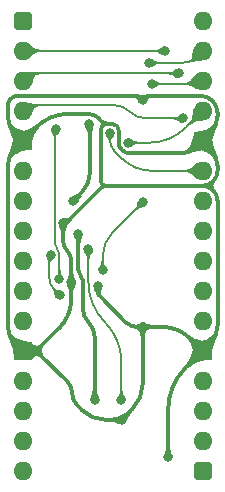
<source format=gbl>
%TF.GenerationSoftware,KiCad,Pcbnew,9.0.7*%
%TF.CreationDate,2026-01-29T12:15:36+02:00*%
%TF.ProjectId,State Reader 16bit,53746174-6520-4526-9561-646572203136,V0*%
%TF.SameCoordinates,Original*%
%TF.FileFunction,Copper,L2,Bot*%
%TF.FilePolarity,Positive*%
%FSLAX46Y46*%
G04 Gerber Fmt 4.6, Leading zero omitted, Abs format (unit mm)*
G04 Created by KiCad (PCBNEW 9.0.7) date 2026-01-29 12:15:36*
%MOMM*%
%LPD*%
G01*
G04 APERTURE LIST*
G04 Aperture macros list*
%AMRoundRect*
0 Rectangle with rounded corners*
0 $1 Rounding radius*
0 $2 $3 $4 $5 $6 $7 $8 $9 X,Y pos of 4 corners*
0 Add a 4 corners polygon primitive as box body*
4,1,4,$2,$3,$4,$5,$6,$7,$8,$9,$2,$3,0*
0 Add four circle primitives for the rounded corners*
1,1,$1+$1,$2,$3*
1,1,$1+$1,$4,$5*
1,1,$1+$1,$6,$7*
1,1,$1+$1,$8,$9*
0 Add four rect primitives between the rounded corners*
20,1,$1+$1,$2,$3,$4,$5,0*
20,1,$1+$1,$4,$5,$6,$7,0*
20,1,$1+$1,$6,$7,$8,$9,0*
20,1,$1+$1,$8,$9,$2,$3,0*%
G04 Aperture macros list end*
%TA.AperFunction,ComponentPad*%
%ADD10RoundRect,0.400000X-0.400000X-0.400000X0.400000X-0.400000X0.400000X0.400000X-0.400000X0.400000X0*%
%TD*%
%TA.AperFunction,ComponentPad*%
%ADD11O,1.600000X1.600000*%
%TD*%
%TA.AperFunction,ComponentPad*%
%ADD12R,1.600000X1.600000*%
%TD*%
%TA.AperFunction,ViaPad*%
%ADD13C,0.800000*%
%TD*%
%TA.AperFunction,Conductor*%
%ADD14C,0.380000*%
%TD*%
%TA.AperFunction,Conductor*%
%ADD15C,0.200000*%
%TD*%
G04 APERTURE END LIST*
D10*
%TO.P,J1,1*%
%TO.N,5V*%
X0Y0D03*
D11*
%TO.P,J1,2*%
%TO.N,S13*%
X0Y-2540000D03*
%TO.P,J1,3*%
%TO.N,S14*%
X0Y-5080000D03*
%TO.P,J1,4*%
%TO.N,S15*%
X0Y-7620000D03*
D12*
%TO.P,J1,5*%
%TO.N,GND*%
X0Y-10160000D03*
D11*
%TO.P,J1,6*%
%TO.N,Read State Low*%
X0Y-12700000D03*
%TO.P,J1,7*%
%TO.N,Read State High*%
X0Y-15240000D03*
%TO.P,J1,8*%
%TO.N,D7*%
X0Y-17780000D03*
%TO.P,J1,9*%
%TO.N,D6*%
X0Y-20320000D03*
%TO.P,J1,10*%
%TO.N,D5*%
X0Y-22860000D03*
%TO.P,J1,11*%
%TO.N,D4*%
X0Y-25400000D03*
D12*
%TO.P,J1,12*%
%TO.N,GND*%
X0Y-27940000D03*
D11*
%TO.P,J1,13*%
%TO.N,D3*%
X0Y-30480000D03*
%TO.P,J1,14*%
%TO.N,D2*%
X0Y-33020000D03*
%TO.P,J1,15*%
%TO.N,D1*%
X0Y-35560000D03*
%TO.P,J1,16*%
%TO.N,D0*%
X0Y-38100000D03*
D10*
%TO.P,J1,17*%
%TO.N,5V*%
X15240000Y-38100000D03*
D11*
%TO.P,J1,18*%
%TO.N,S0*%
X15240000Y-35560000D03*
%TO.P,J1,19*%
%TO.N,S1*%
X15240000Y-33020000D03*
%TO.P,J1,20*%
%TO.N,S2*%
X15240000Y-30480000D03*
D12*
%TO.P,J1,21*%
%TO.N,GND*%
X15240000Y-27940000D03*
D11*
%TO.P,J1,22*%
%TO.N,S3*%
X15240000Y-25400000D03*
%TO.P,J1,23*%
%TO.N,S4*%
X15240000Y-22860000D03*
%TO.P,J1,24*%
%TO.N,S5*%
X15240000Y-20320000D03*
%TO.P,J1,25*%
%TO.N,S6*%
X15240000Y-17780000D03*
%TO.P,J1,26*%
%TO.N,S7*%
X15240000Y-15240000D03*
%TO.P,J1,27*%
%TO.N,S8*%
X15240000Y-12700000D03*
D12*
%TO.P,J1,28*%
%TO.N,GND*%
X15240000Y-10160000D03*
D11*
%TO.P,J1,29*%
%TO.N,S9*%
X15240000Y-7620000D03*
%TO.P,J1,30*%
%TO.N,S10*%
X15240000Y-5080000D03*
%TO.P,J1,31*%
%TO.N,S11*%
X15240000Y-2540000D03*
%TO.P,J1,32*%
%TO.N,S12*%
X15240000Y0D03*
%TD*%
D13*
%TO.N,GND*%
X8382004Y-33782000D03*
X10160000Y-25907996D03*
X12318994Y-36957000D03*
X6350000Y-22479000D03*
X3429000Y-17145000D03*
X10160000Y-6731000D03*
X4113000Y-22150687D03*
%TO.N,/3.3V*%
X4727000Y-18036889D03*
X6096000Y-32103000D03*
X4301000Y-15240000D03*
X5637881Y-8760731D03*
%TO.N,S9*%
X8925246Y-10312254D03*
%TO.N,S8*%
X7393913Y-9536784D03*
%TO.N,S15*%
X13603000Y-8255000D03*
%TO.N,S13*%
X12065000Y-2540004D03*
%TO.N,S11*%
X10720031Y-3556000D03*
%TO.N,Read State High*%
X2794000Y-9144000D03*
X3064078Y-21900801D03*
%TO.N,S10*%
X10922000Y-5334000D03*
%TO.N,/~{Read State High}*%
X10160000Y-15367004D03*
X6771782Y-21129207D03*
%TO.N,S14*%
X13208000Y-4445000D03*
%TO.N,/~{Read State Low}*%
X5567000Y-19359000D03*
X8359952Y-32135002D03*
%TO.N,Read State Low*%
X3163000Y-23241000D03*
X2385808Y-19805076D03*
%TD*%
D14*
%TO.N,/3.3V*%
X5080000Y-24300579D02*
G75*
G03*
X5588002Y-25526998I1734410J-1D01*
G01*
X5715000Y-12826151D02*
G75*
G02*
X5008002Y-14533002I-2413860J1D01*
G01*
X4903500Y-21540500D02*
G75*
G02*
X5079996Y-21966608I-426100J-426100D01*
G01*
X4727000Y-21114391D02*
G75*
G03*
X4903497Y-21540503I602600J-9D01*
G01*
X5676440Y-8799290D02*
G75*
G02*
X5714999Y-8892381I-93140J-93110D01*
G01*
X5588000Y-25527000D02*
G75*
G02*
X6095992Y-26753420I-1226400J-1226400D01*
G01*
D15*
%TO.N,Read State Low*%
X2312403Y-19878481D02*
G75*
G03*
X2238990Y-20055696I177197J-177219D01*
G01*
X2238998Y-21663629D02*
G75*
G03*
X2700999Y-22778999I1577372J-1D01*
G01*
%TO.N,/~{Read State Low}*%
X5570000Y-22139206D02*
G75*
G03*
X6964973Y-25506979I4762750J-4D01*
G01*
X5568500Y-19360500D02*
G75*
G02*
X5569991Y-19364121I-3600J-3600D01*
G01*
X6964976Y-25506976D02*
G75*
G02*
X8359953Y-28874745I-3367776J-3367774D01*
G01*
%TO.N,S14*%
X1084012Y-4445000D02*
G75*
G03*
X317501Y-4762501I-2J-1084000D01*
G01*
%TO.N,/~{Read State High}*%
X7611112Y-17915891D02*
G75*
G03*
X6771781Y-19942214I2026288J-2026309D01*
G01*
%TO.N,Read State High*%
X2761500Y-9176500D02*
G75*
G03*
X2728984Y-9254961I78500J-78500D01*
G01*
X2729000Y-18824023D02*
G75*
G03*
X2924998Y-19297211I669180J-7D01*
G01*
X3121000Y-21803629D02*
G75*
G02*
X3092530Y-21872331I-97200J29D01*
G01*
X2925000Y-19297209D02*
G75*
G02*
X3120999Y-19770394I-473200J-473191D01*
G01*
%TO.N,S11*%
X14732000Y-3048000D02*
G75*
G02*
X13505579Y-3555992I-1226400J1226400D01*
G01*
%TO.N,S15*%
X9089500Y-7692500D02*
G75*
G03*
X10447495Y-8255002I1358000J1358000D01*
G01*
X9089500Y-7692500D02*
G75*
G03*
X7731504Y-7129998I-1358000J-1358000D01*
G01*
%TO.N,S8*%
X7393913Y-10077924D02*
G75*
G03*
X7776555Y-11001711I1306427J-6D01*
G01*
X8434380Y-11659532D02*
G75*
G03*
X10946291Y-12700000I2511920J2511932D01*
G01*
%TO.N,S9*%
X13828493Y-9031506D02*
G75*
G02*
X10736496Y-10312248I-3091993J3092006D01*
G01*
D14*
%TO.N,GND*%
X6726531Y-14092531D02*
G75*
G03*
X6726531Y-13847469I-122531J122531D01*
G01*
X7022348Y-13970000D02*
G75*
G03*
X6726517Y-14092517I-48J-418300D01*
G01*
X6726531Y-13847468D02*
G75*
G03*
X7022348Y-13970021I295869J295868D01*
G01*
X4191000Y-31541000D02*
G75*
G03*
X4608190Y-32548196I1424400J0D01*
G01*
X7984322Y-8899090D02*
G75*
G02*
X8183891Y-9380944I-481822J-481810D01*
G01*
X7984322Y-8899090D02*
G75*
G03*
X7502468Y-8699509I-481822J-481810D01*
G01*
X13779497Y-29400503D02*
G75*
G03*
X12318990Y-32926469I3525953J-3525967D01*
G01*
X-634999Y-10795000D02*
G75*
G03*
X-634999Y-9525000I-634999J635000D01*
G01*
X-634999Y-9525000D02*
G75*
G03*
X635000Y-9525000I634999J635001D01*
G01*
X16510000Y-8048542D02*
G75*
G02*
X15914999Y-9485000I-2031460J2D01*
G01*
X8183913Y-9824476D02*
G75*
G02*
X8155961Y-9891974I-95413J-24D01*
G01*
X15881382Y-10801382D02*
G75*
G02*
X16510011Y-12319000I-1517582J-1517618D01*
G01*
X9969500Y-6540500D02*
G75*
G03*
X9509592Y-6350003I-459900J-459900D01*
G01*
X-1016000Y-6604000D02*
G75*
G03*
X-1270000Y-7217210I613215J-613212D01*
G01*
X3429000Y-18624582D02*
G75*
G03*
X3770999Y-19450245I1167650J-8D01*
G01*
X16510000Y-12669184D02*
G75*
G02*
X16129005Y-13589005I-1300800J-16D01*
G01*
X10810407Y-6350000D02*
G75*
G03*
X10350498Y-6540498I-7J-650400D01*
G01*
X590000Y-27940000D02*
G75*
G03*
X1597192Y-27522806I-5J1424393D01*
G01*
X1597193Y-28357193D02*
G75*
G03*
X590000Y-27939998I-1007193J-1007187D01*
G01*
X1597192Y-27522806D02*
G75*
G03*
X1597192Y-28357194I417188J-417194D01*
G01*
X6762750Y-8858250D02*
G75*
G03*
X6604003Y-9241506I383250J-383250D01*
G01*
X14718000Y-10682000D02*
G75*
G02*
X13457780Y-11203992I-1260200J1260200D01*
G01*
X6508750Y-8286750D02*
G75*
G03*
X5512283Y-7874007I-996450J-996450D01*
G01*
X6350000Y-22796500D02*
G75*
G03*
X6574509Y-23338503I766500J0D01*
G01*
X-1270000Y-25771974D02*
G75*
G03*
X-634998Y-27304999I2168030J4D01*
G01*
X14605000Y-28575000D02*
G75*
G03*
X14605000Y-27305000I-635000J635000D01*
G01*
X14605000Y-27305000D02*
G75*
G03*
X15875000Y-27305000I635000J635002D01*
G01*
X3773806Y-30533806D02*
G75*
G02*
X4190996Y-31541000I-1007206J-1007194D01*
G01*
X8128000Y-10290057D02*
G75*
G03*
X8389722Y-10921910I893570J-3D01*
G01*
X-634999Y-10795000D02*
G75*
G03*
X-1270001Y-12328025I1533029J-1533030D01*
G01*
X-402789Y-6350000D02*
G75*
G03*
X-1016000Y-6604000I-1J-867209D01*
G01*
X-1270000Y-7991974D02*
G75*
G03*
X-634998Y-9524999I2168030J4D01*
G01*
X14223998Y-26923998D02*
G75*
G03*
X11771152Y-25907993I-2452848J-2452842D01*
G01*
X6604000Y-13551651D02*
G75*
G03*
X6726533Y-13847466I418340J1D01*
G01*
X6762750Y-8858250D02*
G75*
G03*
X6762750Y-8540750I-158750J158750D01*
G01*
X7146006Y-8699500D02*
G75*
G03*
X6762748Y-8858248I-6J-542000D01*
G01*
X6762750Y-8540750D02*
G75*
G03*
X7146006Y-8699497I383250J383250D01*
G01*
X16081457Y-6778542D02*
G75*
G02*
X16509985Y-7813135I-1034557J-1034558D01*
G01*
X3902446Y-7874000D02*
G75*
G03*
X1142998Y-9016998I-6J-3902440D01*
G01*
X5016500Y-32956500D02*
G75*
G03*
X7009433Y-33781996I1992930J1992940D01*
G01*
X10160000Y-30746770D02*
G75*
G02*
X9270999Y-32892999I-3035240J10D01*
G01*
X4113000Y-23578843D02*
G75*
G02*
X3103140Y-26016859I-3447888J6D01*
G01*
X3760705Y-17058357D02*
G75*
G02*
X3551531Y-17145027I-209205J209157D01*
G01*
X8784784Y-25548784D02*
G75*
G03*
X9651998Y-25908006I867216J867184D01*
G01*
X8399906Y-10932094D02*
G75*
G03*
X9056345Y-11203952I656394J656494D01*
G01*
X8155956Y-9891969D02*
G75*
G03*
X8127958Y-9959462I67444J-67531D01*
G01*
X16081457Y-6778542D02*
G75*
G03*
X15046864Y-6350015I-1034557J-1034558D01*
G01*
X3771000Y-19450244D02*
G75*
G02*
X4112985Y-20275905I-825700J-825656D01*
G01*
X16129000Y-14351000D02*
G75*
G02*
X16509994Y-15270815I-919800J-919800D01*
G01*
X16510000Y-25771974D02*
G75*
G02*
X15875001Y-27305001I-2168040J4D01*
G01*
X15209184Y-13970000D02*
G75*
G03*
X16129005Y-13589005I16J1300800D01*
G01*
X16129000Y-14351000D02*
G75*
G03*
X15209184Y-13970006I-919800J-919800D01*
G01*
X16129000Y-13589000D02*
G75*
G03*
X16129000Y-14351000I381000J-381000D01*
G01*
X635000Y-9525000D02*
X-634999Y-10795000D01*
X15875000Y-27305000D02*
X14605000Y-28575000D01*
X11771152Y-25907996D02*
X10160000Y-25907996D01*
X1597192Y-27522806D02*
X3103140Y-26016859D01*
X10350500Y-6540500D02*
X10160000Y-6731000D01*
X16510000Y-8048542D02*
X16510000Y-7813135D01*
X12318994Y-32926469D02*
X12318994Y-36957000D01*
X-1270000Y-25771974D02*
X-1270000Y-12328025D01*
X14605000Y-27305000D02*
X14223998Y-26923998D01*
X8183913Y-9380944D02*
X8183913Y-9824476D01*
X16510000Y-15270815D02*
X16510000Y-25771974D01*
X6604000Y-9241506D02*
X6604000Y-13551651D01*
X13457780Y-11204000D02*
X9056345Y-11204000D01*
X6508750Y-8286750D02*
X6762750Y-8540750D01*
X10160000Y-30746770D02*
X10160000Y-25907996D01*
X15914999Y-9485000D02*
X15240000Y-10160000D01*
X9651998Y-25907996D02*
X10160000Y-25907996D01*
X3429000Y-17145000D02*
X3551531Y-17145000D01*
X-634999Y-27305000D02*
X0Y-27940000D01*
X8128000Y-10290057D02*
X8128000Y-9959462D01*
X635000Y-9525000D02*
X1143000Y-9017000D01*
X6350000Y-22479000D02*
X6350000Y-22796500D01*
X-1270000Y-7217210D02*
X-1270000Y-7991974D01*
X7022348Y-13970000D02*
X15209184Y-13970000D01*
X9509592Y-6350000D02*
X-402789Y-6350000D01*
X9969500Y-6540500D02*
X10160000Y-6731000D01*
X6574506Y-23338506D02*
X8784784Y-25548784D01*
X16510000Y-12319000D02*
X16510000Y-12669184D01*
X4113000Y-22150687D02*
X4113000Y-23578843D01*
X4608193Y-32548193D02*
X5016500Y-32956500D01*
X8382004Y-33782000D02*
X9271002Y-32893002D01*
X8382004Y-33782000D02*
X7009433Y-33782000D01*
X5512283Y-7874000D02*
X3902446Y-7874000D01*
X3429000Y-18624582D02*
X3429000Y-17145000D01*
X6726531Y-14092531D02*
X3760705Y-17058357D01*
X13779497Y-29400503D02*
X14605000Y-28575000D01*
X10810407Y-6350000D02*
X15046864Y-6350000D01*
X4113000Y-22150687D02*
X4113000Y-20275905D01*
X7502468Y-8699500D02*
X7146006Y-8699500D01*
X8389722Y-10921910D02*
X8399906Y-10932094D01*
X15881382Y-10801382D02*
X15240000Y-10160000D01*
X1597193Y-28357193D02*
X3773806Y-30533806D01*
%TO.N,/3.3V*%
X4727000Y-18036889D02*
X4727000Y-21114391D01*
X5715000Y-12826151D02*
X5715000Y-8892381D01*
X5080000Y-24300579D02*
X5080000Y-21966608D01*
X5008000Y-14533000D02*
X4301000Y-15240000D01*
X5637881Y-8760731D02*
X5676440Y-8799290D01*
X6096000Y-32103000D02*
X6096000Y-26753420D01*
D15*
%TO.N,S9*%
X8925246Y-10312254D02*
X10736496Y-10312254D01*
X13828493Y-9031506D02*
X15240000Y-7620000D01*
%TO.N,S8*%
X10946291Y-12700000D02*
X15240000Y-12700000D01*
X7393913Y-10077924D02*
X7393913Y-9536784D01*
X7776557Y-11001709D02*
X8434380Y-11659532D01*
%TO.N,S15*%
X10447495Y-8255000D02*
X13603000Y-8255000D01*
X7731504Y-7130000D02*
X490000Y-7130000D01*
%TO.N,S13*%
X12064996Y-2540000D02*
X0Y-2540000D01*
X12064996Y-2540000D02*
X12065000Y-2540004D01*
%TO.N,S11*%
X13505579Y-3556000D02*
X10720031Y-3556000D01*
X14732000Y-3048000D02*
X15240000Y-2540000D01*
%TO.N,Read State High*%
X2794000Y-9144000D02*
X2761500Y-9176500D01*
X3064078Y-21900801D02*
X3092539Y-21872340D01*
X2729000Y-9254961D02*
X2729000Y-18824023D01*
X3121000Y-21803629D02*
X3121000Y-19770394D01*
%TO.N,S10*%
X10922000Y-5334000D02*
X14986000Y-5334000D01*
%TO.N,/~{Read State High}*%
X7611112Y-17915891D02*
X10160000Y-15367004D01*
X6771782Y-19942214D02*
X6771782Y-21129207D01*
%TO.N,S14*%
X1084012Y-4445000D02*
X13208000Y-4445000D01*
%TO.N,/~{Read State Low}*%
X8359952Y-32135002D02*
X8359952Y-28874745D01*
X5570000Y-22139206D02*
X5570000Y-19364121D01*
X5568500Y-19360500D02*
X5567000Y-19359000D01*
%TO.N,Read State Low*%
X2238998Y-20055696D02*
X2238998Y-21663629D01*
X2385808Y-19805076D02*
X2312403Y-19878481D01*
X2700999Y-22778999D02*
X3163000Y-23241000D01*
%TD*%
%TA.AperFunction,Conductor*%
%TO.N,S14*%
G36*
X418390Y-4341340D02*
G01*
X612893Y-4361841D01*
X775463Y-4364674D01*
X941983Y-4357640D01*
X1365882Y-4345349D01*
X1374251Y-4348535D01*
X1377916Y-4356705D01*
X1377921Y-4357044D01*
X1377921Y-4534063D01*
X1374494Y-4542336D01*
X1367009Y-4545736D01*
X1249362Y-4553682D01*
X1147908Y-4578848D01*
X1069424Y-4619173D01*
X1009769Y-4673333D01*
X1009769Y-4673334D01*
X964808Y-4739999D01*
X930390Y-4817856D01*
X930386Y-4817866D01*
X876642Y-5001806D01*
X839090Y-5139748D01*
X838796Y-5140675D01*
X765278Y-5342762D01*
X764527Y-5344415D01*
X671325Y-5513312D01*
X664327Y-5518900D01*
X655428Y-5517903D01*
X654588Y-5517392D01*
X5516Y-5084347D01*
X535Y-5076905D01*
X536Y-5072322D01*
X153830Y-4306569D01*
X158814Y-4299131D01*
X167320Y-4297343D01*
X418390Y-4341340D01*
G37*
%TD.AperFunction*%
%TD*%
%TA.AperFunction,Conductor*%
%TO.N,S11*%
G36*
X14584575Y-2102102D02*
G01*
X14585471Y-2102643D01*
X15236906Y-2536994D01*
X15241888Y-2544435D01*
X15241893Y-2544461D01*
X15359241Y-3138256D01*
X15386980Y-3278623D01*
X15393742Y-3312837D01*
X15391984Y-3321617D01*
X15384532Y-3326583D01*
X15384224Y-3326640D01*
X15053441Y-3382838D01*
X15052822Y-3382926D01*
X14806765Y-3411306D01*
X14806642Y-3411319D01*
X14714682Y-3420947D01*
X14432398Y-3465664D01*
X14251282Y-3510603D01*
X14033743Y-3576533D01*
X14024832Y-3575653D01*
X14019223Y-3568952D01*
X13964356Y-3400080D01*
X13965058Y-3391155D01*
X13971156Y-3385597D01*
X14090927Y-3337960D01*
X14189776Y-3278625D01*
X14262004Y-3211955D01*
X14312102Y-3138257D01*
X14344558Y-3057839D01*
X14363863Y-2971011D01*
X14380978Y-2779352D01*
X14389205Y-2657817D01*
X14389303Y-2656912D01*
X14419310Y-2455938D01*
X14419745Y-2454086D01*
X14478183Y-2273454D01*
X14479032Y-2271477D01*
X14568705Y-2106782D01*
X14575670Y-2101156D01*
X14584575Y-2102102D01*
G37*
%TD.AperFunction*%
%TD*%
%TA.AperFunction,Conductor*%
%TO.N,GND*%
G36*
X16240044Y-8613375D02*
G01*
X16584822Y-8705758D01*
X16591925Y-8711208D01*
X16593094Y-8720086D01*
X16592063Y-8722663D01*
X16584596Y-8736343D01*
X16584589Y-8736355D01*
X16584584Y-8736366D01*
X16573146Y-8759837D01*
X16389722Y-9136221D01*
X16226867Y-9545081D01*
X16226865Y-9545087D01*
X16116274Y-9905287D01*
X16056639Y-10201842D01*
X16056638Y-10201846D01*
X16041076Y-10421559D01*
X16037073Y-10429569D01*
X16028578Y-10432403D01*
X16025593Y-10431794D01*
X15244334Y-10162547D01*
X15237629Y-10156611D01*
X15237620Y-10156593D01*
X15115662Y-9905281D01*
X14858794Y-9375969D01*
X14858266Y-9367032D01*
X14864213Y-9360337D01*
X14868776Y-9359176D01*
X14974103Y-9354284D01*
X15102324Y-9336749D01*
X15229014Y-9308457D01*
X15362799Y-9267130D01*
X15492430Y-9215895D01*
X15622659Y-9152948D01*
X15745532Y-9082135D01*
X15859825Y-9004872D01*
X15963873Y-8922851D01*
X16127947Y-8759836D01*
X16227441Y-8617958D01*
X16234995Y-8613153D01*
X16240044Y-8613375D01*
G37*
%TD.AperFunction*%
%TD*%
%TA.AperFunction,Conductor*%
%TO.N,GND*%
G36*
X16033748Y-9890742D02*
G01*
X16039670Y-9897458D01*
X16040299Y-9901031D01*
X16041660Y-9974075D01*
X16056351Y-10127663D01*
X16056352Y-10127668D01*
X16084208Y-10288809D01*
X16133551Y-10493089D01*
X16133561Y-10493122D01*
X16196221Y-10699859D01*
X16285953Y-10949498D01*
X16285958Y-10949511D01*
X16285962Y-10949521D01*
X16363324Y-11137035D01*
X16383665Y-11186339D01*
X16490712Y-11417688D01*
X16584189Y-11598814D01*
X16584938Y-11607738D01*
X16579158Y-11614577D01*
X16576820Y-11615481D01*
X16232015Y-11707872D01*
X16223137Y-11706704D01*
X16219172Y-11702939D01*
X16159411Y-11610825D01*
X16087601Y-11524296D01*
X16002230Y-11438592D01*
X16002229Y-11438591D01*
X16002222Y-11438584D01*
X15903599Y-11354387D01*
X15851100Y-11315981D01*
X15794002Y-11274211D01*
X15793996Y-11274207D01*
X15557353Y-11137035D01*
X15557339Y-11137028D01*
X15312911Y-11037643D01*
X15233414Y-11018100D01*
X15074422Y-10979014D01*
X14973985Y-10970537D01*
X14866134Y-10961436D01*
X14858178Y-10957325D01*
X14855459Y-10948793D01*
X14856600Y-10944653D01*
X15237613Y-10163399D01*
X15244319Y-10157468D01*
X15244328Y-10157464D01*
X16024812Y-9890180D01*
X16033748Y-9890742D01*
G37*
%TD.AperFunction*%
%TD*%
%TA.AperFunction,Conductor*%
%TO.N,GND*%
G36*
X9502785Y-6160523D02*
G01*
X9635811Y-6166244D01*
X9637099Y-6166372D01*
X9745153Y-6183304D01*
X9746599Y-6183626D01*
X9833330Y-6208796D01*
X9834246Y-6209105D01*
X9915132Y-6240312D01*
X10014434Y-6278485D01*
X10227493Y-6335847D01*
X10234590Y-6341307D01*
X10235932Y-6349399D01*
X10161938Y-6726218D01*
X10156981Y-6733676D01*
X10156944Y-6733701D01*
X9838147Y-6946076D01*
X9829362Y-6947811D01*
X9821923Y-6942826D01*
X9821338Y-6941849D01*
X9768241Y-6842379D01*
X9767564Y-6840858D01*
X9760242Y-6820671D01*
X9731164Y-6740498D01*
X9710487Y-6680937D01*
X9669231Y-6604512D01*
X9655786Y-6591584D01*
X9642343Y-6578657D01*
X9642341Y-6578656D01*
X9607531Y-6558951D01*
X9556675Y-6544869D01*
X9556674Y-6544868D01*
X9556671Y-6544868D01*
X9501460Y-6540798D01*
X9493461Y-6536772D01*
X9490620Y-6529130D01*
X9490620Y-6172213D01*
X9494047Y-6163940D01*
X9502320Y-6160513D01*
X9502785Y-6160523D01*
G37*
%TD.AperFunction*%
%TD*%
%TA.AperFunction,Conductor*%
%TO.N,GND*%
G36*
X10825641Y-6163566D02*
G01*
X10829370Y-6171708D01*
X10829378Y-6172138D01*
X10829378Y-6529811D01*
X10825951Y-6538084D01*
X10819286Y-6541400D01*
X10723799Y-6554647D01*
X10723796Y-6554648D01*
X10687043Y-6572159D01*
X10687040Y-6572160D01*
X10658475Y-6595767D01*
X10618466Y-6659127D01*
X10618464Y-6659129D01*
X10588818Y-6740544D01*
X10558519Y-6825998D01*
X10557876Y-6827479D01*
X10498600Y-6941648D01*
X10491746Y-6947412D01*
X10482825Y-6946641D01*
X10481729Y-6945994D01*
X10163055Y-6733701D01*
X10158070Y-6726262D01*
X10158061Y-6726218D01*
X10127810Y-6572162D01*
X10084091Y-6349519D01*
X10085860Y-6340743D01*
X10092658Y-6335936D01*
X10159952Y-6318634D01*
X10272580Y-6289678D01*
X10272583Y-6289676D01*
X10272590Y-6289675D01*
X10404866Y-6240312D01*
X10449855Y-6222413D01*
X10450832Y-6222075D01*
X10600154Y-6178095D01*
X10601911Y-6177723D01*
X10700306Y-6164799D01*
X10701360Y-6164710D01*
X10817248Y-6160446D01*
X10825641Y-6163566D01*
G37*
%TD.AperFunction*%
%TD*%
%TA.AperFunction,Conductor*%
%TO.N,GND*%
G36*
X798208Y-27158336D02*
G01*
X801589Y-27165569D01*
X805996Y-27214969D01*
X820731Y-27272930D01*
X820734Y-27272937D01*
X844894Y-27325741D01*
X844900Y-27325752D01*
X876646Y-27370107D01*
X876645Y-27370107D01*
X876648Y-27370110D01*
X876649Y-27370111D01*
X921079Y-27411482D01*
X972147Y-27443226D01*
X1040942Y-27470201D01*
X1113545Y-27485592D01*
X1113548Y-27485592D01*
X1113552Y-27485593D01*
X1198357Y-27490978D01*
X1198362Y-27490977D01*
X1198372Y-27490978D01*
X1278487Y-27485214D01*
X1388288Y-27455832D01*
X1397163Y-27457003D01*
X1399721Y-27459001D01*
X1425423Y-27485592D01*
X1648454Y-27716336D01*
X1651739Y-27724666D01*
X1648172Y-27732880D01*
X1645736Y-27734688D01*
X1413284Y-27864207D01*
X1175301Y-28035790D01*
X996197Y-28201205D01*
X996195Y-28201208D01*
X880669Y-28346727D01*
X880666Y-28346732D01*
X818911Y-28470960D01*
X818910Y-28470966D01*
X803422Y-28558599D01*
X798608Y-28566150D01*
X789865Y-28568084D01*
X784615Y-28565718D01*
X9535Y-27948855D01*
X5196Y-27941021D01*
X7666Y-27932414D01*
X8548Y-27931427D01*
X207101Y-27732880D01*
X781664Y-27158334D01*
X789935Y-27154909D01*
X798208Y-27158336D01*
G37*
%TD.AperFunction*%
%TD*%
%TA.AperFunction,Conductor*%
%TO.N,GND*%
G36*
X798393Y-27318205D02*
G01*
X800682Y-27324302D01*
X800836Y-27324284D01*
X800841Y-27324284D01*
X800871Y-27324281D01*
X800917Y-27324701D01*
X812841Y-27389436D01*
X812843Y-27389442D01*
X837429Y-27455191D01*
X883428Y-27537426D01*
X939447Y-27613179D01*
X943964Y-27619287D01*
X943976Y-27619302D01*
X1037380Y-27720981D01*
X1037383Y-27720984D01*
X1144103Y-27818215D01*
X1283398Y-27927137D01*
X1314991Y-27948570D01*
X1423850Y-28022421D01*
X1645828Y-28145319D01*
X1651406Y-28152324D01*
X1650397Y-28161222D01*
X1648564Y-28163696D01*
X1399919Y-28420342D01*
X1391701Y-28423900D01*
X1387792Y-28423293D01*
X1332713Y-28404801D01*
X1332708Y-28404800D01*
X1332707Y-28404800D01*
X1188681Y-28388780D01*
X1188672Y-28388780D01*
X1054074Y-28405949D01*
X1054071Y-28405950D01*
X947063Y-28450622D01*
X947060Y-28450624D01*
X868899Y-28519069D01*
X868895Y-28519074D01*
X840322Y-28562353D01*
X818644Y-28613197D01*
X804831Y-28672317D01*
X801824Y-28714441D01*
X797817Y-28722449D01*
X789321Y-28725278D01*
X781881Y-28721881D01*
X8548Y-27948570D01*
X5121Y-27940297D01*
X8548Y-27932024D01*
X9523Y-27931153D01*
X781954Y-27316336D01*
X790560Y-27313866D01*
X798393Y-27318205D01*
G37*
%TD.AperFunction*%
%TD*%
%TA.AperFunction,Conductor*%
%TO.N,GND*%
G36*
X14455641Y-9739535D02*
G01*
X15236709Y-10157578D01*
X15242386Y-10164503D01*
X15242391Y-10164519D01*
X15477444Y-10944928D01*
X15476549Y-10953838D01*
X15469615Y-10959505D01*
X15466243Y-10960002D01*
X15345305Y-10960025D01*
X15345300Y-10960025D01*
X15345295Y-10960026D01*
X15240462Y-10968188D01*
X15198528Y-10971453D01*
X14985510Y-11002840D01*
X14764393Y-11048849D01*
X14471906Y-11124981D01*
X14190437Y-11210694D01*
X13731016Y-11370480D01*
X13722077Y-11369961D01*
X13716122Y-11363272D01*
X13715575Y-11360965D01*
X13668930Y-11006642D01*
X13671248Y-10997994D01*
X13675211Y-10994697D01*
X13806291Y-10927865D01*
X13890815Y-10866746D01*
X13890819Y-10866741D01*
X13890825Y-10866738D01*
X13974295Y-10793032D01*
X13974300Y-10793028D01*
X14055814Y-10707221D01*
X14133333Y-10610883D01*
X14266161Y-10399351D01*
X14363118Y-10175259D01*
X14420986Y-9950323D01*
X14438466Y-9748838D01*
X14442595Y-9740894D01*
X14451133Y-9738195D01*
X14455641Y-9739535D01*
G37*
%TD.AperFunction*%
%TD*%
%TA.AperFunction,Conductor*%
%TO.N,GND*%
G36*
X6729598Y-22554483D02*
G01*
X6737035Y-22559471D01*
X6738766Y-22568257D01*
X6738469Y-22569422D01*
X6700226Y-22692647D01*
X6699523Y-22694399D01*
X6648008Y-22797747D01*
X6647873Y-22798010D01*
X6625205Y-22840739D01*
X6625203Y-22840745D01*
X6604570Y-22895998D01*
X6591865Y-22930019D01*
X6588384Y-22971784D01*
X6594586Y-23016895D01*
X6607017Y-23050974D01*
X6614841Y-23072423D01*
X6646079Y-23126612D01*
X6647242Y-23135491D01*
X6642443Y-23142183D01*
X6346018Y-23340252D01*
X6337236Y-23341999D01*
X6329790Y-23337024D01*
X6329374Y-23336353D01*
X6230059Y-23162856D01*
X6229297Y-23161253D01*
X6219371Y-23135491D01*
X6176501Y-23024220D01*
X6127763Y-22896000D01*
X6083557Y-22808424D01*
X6023321Y-22710805D01*
X6021894Y-22701966D01*
X6026753Y-22694952D01*
X6345399Y-22480886D01*
X6354174Y-22479118D01*
X6729598Y-22554483D01*
G37*
%TD.AperFunction*%
%TD*%
%TA.AperFunction,Conductor*%
%TO.N,GND*%
G36*
X-981410Y-26393057D02*
G01*
X-977443Y-26396824D01*
X-941922Y-26451631D01*
X-920181Y-26485179D01*
X-917724Y-26488969D01*
X-845962Y-26575526D01*
X-760619Y-26661289D01*
X-662058Y-26745521D01*
X-552518Y-26825742D01*
X-316077Y-26962955D01*
X-71911Y-27062356D01*
X162726Y-27120113D01*
X166280Y-27120988D01*
X289017Y-27131358D01*
X374257Y-27138561D01*
X382211Y-27142672D01*
X384929Y-27151204D01*
X383785Y-27155352D01*
X2389Y-27936600D01*
X-4319Y-27942530D01*
X-4330Y-27942534D01*
X-4339Y-27942537D01*
X-784800Y-28209465D01*
X-793737Y-28208900D01*
X-799656Y-28202181D01*
X-800284Y-28198603D01*
X-801599Y-28124524D01*
X-801599Y-28124507D01*
X-816202Y-27970901D01*
X-816206Y-27970872D01*
X-843968Y-27809690D01*
X-893194Y-27605346D01*
X-955707Y-27398630D01*
X-1045214Y-27149131D01*
X-1045219Y-27149117D01*
X-1142651Y-26912545D01*
X-1249317Y-26681671D01*
X-1342469Y-26500939D01*
X-1343213Y-26492015D01*
X-1337429Y-26485179D01*
X-1335101Y-26484279D01*
X-990288Y-26391888D01*
X-981410Y-26393057D01*
G37*
%TD.AperFunction*%
%TD*%
%TA.AperFunction,Conductor*%
%TO.N,GND*%
G36*
X-785514Y-9890289D02*
G01*
X-4337Y-10157463D01*
X2379Y-10163380D01*
X125166Y-10414895D01*
X383471Y-10944005D01*
X384021Y-10952943D01*
X378090Y-10959652D01*
X373500Y-10960825D01*
X270153Y-10965624D01*
X270146Y-10965624D01*
X270144Y-10965625D01*
X142835Y-10983082D01*
X142826Y-10983084D01*
X17052Y-11011303D01*
X17032Y-11011309D01*
X-115977Y-11052629D01*
X-115994Y-11052635D01*
X-244878Y-11103885D01*
X-374590Y-11166981D01*
X-374599Y-11166986D01*
X-496995Y-11237980D01*
X-610984Y-11315536D01*
X-610988Y-11315539D01*
X-610993Y-11315543D01*
X-714759Y-11397869D01*
X-878396Y-11561483D01*
X-977377Y-11703575D01*
X-984916Y-11708404D01*
X-990004Y-11708188D01*
X-1334810Y-11615798D01*
X-1341914Y-11610347D01*
X-1343083Y-11601469D01*
X-1342074Y-11598932D01*
X-1332110Y-11580506D01*
X-1332094Y-11580475D01*
X-1140053Y-11181493D01*
X-1140052Y-11181489D01*
X-980237Y-10773878D01*
X-872340Y-10414895D01*
X-814901Y-10119371D01*
X-800973Y-9900617D01*
X-797028Y-9892578D01*
X-788554Y-9889684D01*
X-785514Y-9890289D01*
G37*
%TD.AperFunction*%
%TD*%
%TA.AperFunction,Conductor*%
%TO.N,GND*%
G36*
X-981410Y-8613057D02*
G01*
X-977443Y-8616824D01*
X-941922Y-8671631D01*
X-920181Y-8705179D01*
X-917724Y-8708969D01*
X-845962Y-8795526D01*
X-760619Y-8881289D01*
X-662058Y-8965521D01*
X-552518Y-9045742D01*
X-316077Y-9182955D01*
X-71911Y-9282356D01*
X162726Y-9340113D01*
X166280Y-9340988D01*
X289017Y-9351358D01*
X374257Y-9358561D01*
X382211Y-9362672D01*
X384929Y-9371204D01*
X383785Y-9375352D01*
X2389Y-10156600D01*
X-4319Y-10162530D01*
X-4330Y-10162534D01*
X-4339Y-10162537D01*
X-784800Y-10429465D01*
X-793737Y-10428900D01*
X-799656Y-10422181D01*
X-800284Y-10418603D01*
X-801599Y-10344524D01*
X-801599Y-10344507D01*
X-816202Y-10190901D01*
X-816206Y-10190872D01*
X-843968Y-10029690D01*
X-893194Y-9825346D01*
X-955707Y-9618630D01*
X-1045214Y-9369131D01*
X-1045219Y-9369117D01*
X-1142651Y-9132545D01*
X-1249317Y-8901671D01*
X-1342469Y-8720939D01*
X-1343213Y-8712015D01*
X-1337429Y-8705179D01*
X-1335101Y-8704279D01*
X-990288Y-8611888D01*
X-981410Y-8613057D01*
G37*
%TD.AperFunction*%
%TD*%
%TA.AperFunction,Conductor*%
%TO.N,GND*%
G36*
X16230000Y-26391809D02*
G01*
X16574809Y-26484200D01*
X16581913Y-26489651D01*
X16583082Y-26498529D01*
X16582073Y-26501066D01*
X16572111Y-26519488D01*
X16572095Y-26519519D01*
X16380054Y-26918503D01*
X16380053Y-26918507D01*
X16220237Y-27326120D01*
X16112340Y-27685103D01*
X16054901Y-27980627D01*
X16040973Y-28199380D01*
X16037028Y-28207419D01*
X16028554Y-28210313D01*
X16025511Y-28209707D01*
X15244339Y-27942537D01*
X15237620Y-27936618D01*
X15237611Y-27936600D01*
X14856527Y-27155994D01*
X14855977Y-27147056D01*
X14861908Y-27140347D01*
X14866496Y-27139174D01*
X14969857Y-27134374D01*
X15097166Y-27116917D01*
X15191012Y-27095860D01*
X15222948Y-27088696D01*
X15222953Y-27088694D01*
X15222964Y-27088692D01*
X15355983Y-27047369D01*
X15484882Y-26996112D01*
X15614597Y-26933014D01*
X15736986Y-26862025D01*
X15850993Y-26784456D01*
X15954759Y-26702130D01*
X16118395Y-26538515D01*
X16217377Y-26396421D01*
X16224915Y-26391594D01*
X16230000Y-26391809D01*
G37*
%TD.AperFunction*%
%TD*%
%TA.AperFunction,Conductor*%
%TO.N,GND*%
G36*
X10250168Y-25519077D02*
G01*
X10427581Y-25568731D01*
X10429214Y-25569323D01*
X10557636Y-25626954D01*
X10557844Y-25627050D01*
X10617123Y-25655481D01*
X10661699Y-25670319D01*
X10751380Y-25700174D01*
X10751383Y-25700174D01*
X10751385Y-25700175D01*
X10840144Y-25713268D01*
X10941108Y-25717523D01*
X10949228Y-25721296D01*
X10952314Y-25729213D01*
X10952314Y-26086904D01*
X10948887Y-26095177D01*
X10941238Y-26098587D01*
X10815998Y-26105279D01*
X10744007Y-26119149D01*
X10713628Y-26125002D01*
X10713625Y-26125002D01*
X10713625Y-26125003D01*
X10631960Y-26153969D01*
X10631958Y-26153969D01*
X10557844Y-26188941D01*
X10557669Y-26189022D01*
X10435058Y-26244430D01*
X10433425Y-26245026D01*
X10250195Y-26296869D01*
X10241302Y-26295824D01*
X10235752Y-26288796D01*
X10235540Y-26287922D01*
X10226898Y-26245026D01*
X10159465Y-25910304D01*
X10159465Y-25905687D01*
X10235547Y-25528032D01*
X10240541Y-25520601D01*
X10249328Y-25518875D01*
X10250168Y-25519077D01*
G37*
%TD.AperFunction*%
%TD*%
%TA.AperFunction,Conductor*%
%TO.N,GND*%
G36*
X12506176Y-36168113D02*
G01*
X12509586Y-36175762D01*
X12516277Y-36301001D01*
X12527475Y-36359121D01*
X12536000Y-36403371D01*
X12536001Y-36403373D01*
X12564967Y-36485038D01*
X12564967Y-36485040D01*
X12599939Y-36559153D01*
X12600020Y-36559328D01*
X12655428Y-36681941D01*
X12656024Y-36683574D01*
X12707867Y-36866804D01*
X12706822Y-36875697D01*
X12699794Y-36881247D01*
X12698920Y-36881459D01*
X12321305Y-36957534D01*
X12316683Y-36957534D01*
X11939032Y-36881452D01*
X11931599Y-36876458D01*
X11929873Y-36867671D01*
X11930076Y-36866829D01*
X11979729Y-36689419D01*
X11980319Y-36687788D01*
X12037968Y-36559328D01*
X12038035Y-36559182D01*
X12066479Y-36499876D01*
X12111173Y-36365614D01*
X12124266Y-36276856D01*
X12128522Y-36175893D01*
X12132295Y-36167772D01*
X12140212Y-36164686D01*
X12497903Y-36164686D01*
X12506176Y-36168113D01*
G37*
%TD.AperFunction*%
%TD*%
%TA.AperFunction,Conductor*%
%TO.N,GND*%
G36*
X14216929Y-26654049D02*
G01*
X14217372Y-26654432D01*
X14235710Y-26671111D01*
X14268419Y-26700862D01*
X14268425Y-26700867D01*
X14268435Y-26700876D01*
X14363469Y-26773768D01*
X14472270Y-26843593D01*
X14472274Y-26843595D01*
X14593444Y-26909096D01*
X14593456Y-26909102D01*
X14725512Y-26968966D01*
X14725517Y-26968968D01*
X15004978Y-27063590D01*
X15290979Y-27121045D01*
X15554187Y-27138900D01*
X15562209Y-27142879D01*
X15565068Y-27151365D01*
X15564214Y-27155027D01*
X15242623Y-27936139D01*
X15236305Y-27942485D01*
X15236282Y-27942494D01*
X14455807Y-28265793D01*
X14446852Y-28265793D01*
X14440520Y-28259462D01*
X14439632Y-28255236D01*
X14437975Y-28178192D01*
X14437974Y-28178183D01*
X14437974Y-28178169D01*
X14425847Y-28022626D01*
X14403594Y-27871348D01*
X14370732Y-27719788D01*
X14328989Y-27575248D01*
X14279000Y-27437925D01*
X14222136Y-27310240D01*
X14096574Y-27095207D01*
X14070237Y-27063590D01*
X13991418Y-26968968D01*
X13973393Y-26947329D01*
X13970732Y-26938781D01*
X13973338Y-26932423D01*
X14200465Y-26655669D01*
X14208360Y-26651449D01*
X14216929Y-26654049D01*
G37*
%TD.AperFunction*%
%TD*%
%TA.AperFunction,Conductor*%
%TO.N,GND*%
G36*
X10539961Y-25983543D02*
G01*
X10547394Y-25988537D01*
X10549120Y-25997324D01*
X10548917Y-25998166D01*
X10499264Y-26175574D01*
X10498671Y-26177211D01*
X10441056Y-26305598D01*
X10440931Y-26305868D01*
X10412519Y-26365107D01*
X10412512Y-26365125D01*
X10367821Y-26499376D01*
X10354727Y-26588142D01*
X10350472Y-26689103D01*
X10346699Y-26697224D01*
X10338782Y-26700310D01*
X9981091Y-26700310D01*
X9972818Y-26696883D01*
X9969408Y-26689234D01*
X9962716Y-26563994D01*
X9942994Y-26461625D01*
X9914027Y-26379957D01*
X9879038Y-26305807D01*
X9878973Y-26305666D01*
X9878942Y-26305598D01*
X9823564Y-26183053D01*
X9822968Y-26181420D01*
X9771126Y-25998191D01*
X9772171Y-25989298D01*
X9779199Y-25983748D01*
X9780060Y-25983538D01*
X10157692Y-25907461D01*
X10162308Y-25907461D01*
X10539961Y-25983543D01*
G37*
%TD.AperFunction*%
%TD*%
%TA.AperFunction,Conductor*%
%TO.N,GND*%
G36*
X10078421Y-25520421D02*
G01*
X10084217Y-25527247D01*
X10084549Y-25528521D01*
X10160522Y-25905843D01*
X10160521Y-25910463D01*
X10084459Y-26287927D01*
X10079466Y-26295360D01*
X10070679Y-26297085D01*
X10069809Y-26296875D01*
X9898108Y-26248362D01*
X9896261Y-26247668D01*
X9776021Y-26190443D01*
X9775978Y-26190422D01*
X9708226Y-26158849D01*
X9647299Y-26130455D01*
X9647296Y-26130454D01*
X9647297Y-26130454D01*
X9608705Y-26118628D01*
X9563693Y-26104834D01*
X9563688Y-26104833D01*
X9563685Y-26104832D01*
X9465550Y-26085098D01*
X9458115Y-26080108D01*
X9456301Y-26071798D01*
X9512320Y-25718120D01*
X9516999Y-25710484D01*
X9524653Y-25708276D01*
X9601747Y-25713420D01*
X9622509Y-25714806D01*
X9622509Y-25714805D01*
X9622511Y-25714806D01*
X9703518Y-25700626D01*
X9767848Y-25670986D01*
X9826161Y-25631966D01*
X9826528Y-25631731D01*
X9941993Y-25561051D01*
X9944506Y-25559897D01*
X10069497Y-25519692D01*
X10078421Y-25520421D01*
G37*
%TD.AperFunction*%
%TD*%
%TA.AperFunction,Conductor*%
%TO.N,GND*%
G36*
X1166899Y-8745208D02*
G01*
X1166992Y-8745321D01*
X1394250Y-9022236D01*
X1396850Y-9030805D01*
X1394006Y-9037369D01*
X1280978Y-9166365D01*
X1198119Y-9281650D01*
X1198102Y-9281676D01*
X1117903Y-9411055D01*
X1117889Y-9411080D01*
X978896Y-9690627D01*
X978885Y-9690652D01*
X877980Y-9974788D01*
X877979Y-9974791D01*
X818918Y-10244824D01*
X801231Y-10475734D01*
X797182Y-10483721D01*
X788671Y-10486506D01*
X785094Y-10485652D01*
X3716Y-10162490D01*
X-2616Y-10156163D01*
X-108539Y-9899295D01*
X-324588Y-9375363D01*
X-324574Y-9366408D01*
X-318232Y-9360087D01*
X-314327Y-9359216D01*
X-190594Y-9353377D01*
X-47062Y-9334085D01*
X96589Y-9303472D01*
X253770Y-9258080D01*
X407352Y-9202321D01*
X564917Y-9133505D01*
X713776Y-9057182D01*
X974921Y-8891516D01*
X1150414Y-8743791D01*
X1158949Y-8741086D01*
X1166899Y-8745208D01*
G37*
%TD.AperFunction*%
%TD*%
%TA.AperFunction,Conductor*%
%TO.N,GND*%
G36*
X4492961Y-22226234D02*
G01*
X4500394Y-22231228D01*
X4502120Y-22240015D01*
X4501917Y-22240857D01*
X4452264Y-22418265D01*
X4451671Y-22419902D01*
X4394056Y-22548289D01*
X4393931Y-22548559D01*
X4365519Y-22607798D01*
X4365512Y-22607816D01*
X4320821Y-22742067D01*
X4307727Y-22830833D01*
X4303472Y-22931794D01*
X4299699Y-22939915D01*
X4291782Y-22943001D01*
X3934091Y-22943001D01*
X3925818Y-22939574D01*
X3922408Y-22931925D01*
X3915716Y-22806685D01*
X3895994Y-22704316D01*
X3867027Y-22622648D01*
X3832038Y-22548498D01*
X3831973Y-22548357D01*
X3831942Y-22548289D01*
X3776564Y-22425744D01*
X3775968Y-22424111D01*
X3724126Y-22240882D01*
X3725171Y-22231989D01*
X3732199Y-22226439D01*
X3733060Y-22226229D01*
X4110692Y-22150152D01*
X4115308Y-22150152D01*
X4492961Y-22226234D01*
G37*
%TD.AperFunction*%
%TD*%
%TA.AperFunction,Conductor*%
%TO.N,GND*%
G36*
X8815835Y-33095330D02*
G01*
X9068761Y-33348256D01*
X9072188Y-33356529D01*
X9069191Y-33364349D01*
X8985366Y-33457637D01*
X8926927Y-33543966D01*
X8889656Y-33622209D01*
X8861970Y-33699368D01*
X8861904Y-33699548D01*
X8814395Y-33825397D01*
X8813662Y-33826973D01*
X8720757Y-33993197D01*
X8713729Y-33998747D01*
X8704836Y-33997702D01*
X8704068Y-33997233D01*
X8383260Y-33784011D01*
X8379992Y-33780743D01*
X8274619Y-33622202D01*
X8166749Y-33459904D01*
X8165024Y-33451119D01*
X8170018Y-33443686D01*
X8170745Y-33443239D01*
X8331320Y-33352892D01*
X8332884Y-33352160D01*
X8464454Y-33302099D01*
X8464683Y-33302015D01*
X8526683Y-33280210D01*
X8653224Y-33216875D01*
X8725244Y-33163372D01*
X8799646Y-33094988D01*
X8808055Y-33091913D01*
X8815835Y-33095330D01*
G37*
%TD.AperFunction*%
%TD*%
%TA.AperFunction,Conductor*%
%TO.N,GND*%
G36*
X8300701Y-33394171D02*
G01*
X8306251Y-33401199D01*
X8306463Y-33402073D01*
X8382538Y-33779689D01*
X8382538Y-33784311D01*
X8306456Y-34161961D01*
X8301462Y-34169394D01*
X8292675Y-34171120D01*
X8291833Y-34170917D01*
X8114424Y-34121264D01*
X8112787Y-34120671D01*
X7984399Y-34063056D01*
X7984129Y-34062931D01*
X7924890Y-34034519D01*
X7924885Y-34034517D01*
X7924881Y-34034515D01*
X7924877Y-34034513D01*
X7924873Y-34034512D01*
X7790623Y-33989821D01*
X7701857Y-33976727D01*
X7600897Y-33972472D01*
X7592776Y-33968699D01*
X7589690Y-33960782D01*
X7589690Y-33603091D01*
X7593117Y-33594818D01*
X7600765Y-33591408D01*
X7726005Y-33584716D01*
X7828374Y-33564994D01*
X7910042Y-33536027D01*
X7984254Y-33501009D01*
X8106949Y-33445562D01*
X8108573Y-33444969D01*
X8291809Y-33393126D01*
X8300701Y-33394171D01*
G37*
%TD.AperFunction*%
%TD*%
%TA.AperFunction,Conductor*%
%TO.N,GND*%
G36*
X3808961Y-17220547D02*
G01*
X3816394Y-17225541D01*
X3818120Y-17234328D01*
X3817917Y-17235170D01*
X3768264Y-17412578D01*
X3767671Y-17414215D01*
X3710056Y-17542602D01*
X3709931Y-17542872D01*
X3681519Y-17602111D01*
X3681512Y-17602129D01*
X3636821Y-17736380D01*
X3623727Y-17825146D01*
X3619472Y-17926107D01*
X3615699Y-17934228D01*
X3607782Y-17937314D01*
X3250091Y-17937314D01*
X3241818Y-17933887D01*
X3238408Y-17926238D01*
X3231716Y-17800998D01*
X3211994Y-17698629D01*
X3183027Y-17616961D01*
X3148038Y-17542811D01*
X3147973Y-17542670D01*
X3147942Y-17542602D01*
X3092564Y-17420057D01*
X3091968Y-17418424D01*
X3040126Y-17235195D01*
X3041171Y-17226302D01*
X3048199Y-17220752D01*
X3049060Y-17220542D01*
X3426692Y-17144465D01*
X3431308Y-17144465D01*
X3808961Y-17220547D01*
G37*
%TD.AperFunction*%
%TD*%
%TA.AperFunction,Conductor*%
%TO.N,GND*%
G36*
X3957364Y-16608659D02*
G01*
X4209733Y-16861028D01*
X4213160Y-16869301D01*
X4209733Y-16877574D01*
X4209506Y-16877795D01*
X4045952Y-17032715D01*
X4045953Y-17032716D01*
X3942825Y-17130803D01*
X3942813Y-17130816D01*
X3862940Y-17224396D01*
X3768154Y-17357973D01*
X3760571Y-17362737D01*
X3752136Y-17360946D01*
X3546697Y-17224403D01*
X3432354Y-17148406D01*
X3427362Y-17140975D01*
X3353393Y-16765032D01*
X3355158Y-16756254D01*
X3362614Y-16751294D01*
X3363434Y-16751163D01*
X3492799Y-16735366D01*
X3494231Y-16735281D01*
X3605524Y-16735438D01*
X3726274Y-16732115D01*
X3726278Y-16732114D01*
X3726279Y-16732114D01*
X3740735Y-16728719D01*
X3774706Y-16720743D01*
X3824654Y-16699066D01*
X3883575Y-16659920D01*
X3941284Y-16608217D01*
X3949732Y-16605250D01*
X3957364Y-16608659D01*
G37*
%TD.AperFunction*%
%TD*%
%TA.AperFunction,Conductor*%
%TO.N,GND*%
G36*
X14454782Y-27614734D02*
G01*
X15236214Y-27937437D01*
X15242552Y-27943761D01*
X15545459Y-28677257D01*
X15565122Y-28724870D01*
X15565113Y-28733825D01*
X15558774Y-28740150D01*
X15555033Y-28741014D01*
X15490363Y-28745029D01*
X15409458Y-28750053D01*
X15409453Y-28750053D01*
X15409449Y-28750054D01*
X15268565Y-28773202D01*
X15268555Y-28773204D01*
X15126189Y-28808204D01*
X15126181Y-28808206D01*
X14966116Y-28859935D01*
X14966105Y-28859939D01*
X14808418Y-28922683D01*
X14642557Y-29000790D01*
X14642552Y-29000793D01*
X14484994Y-29086674D01*
X14337793Y-29178158D01*
X14337774Y-29178170D01*
X14204827Y-29271999D01*
X14016890Y-29432988D01*
X14008377Y-29435767D01*
X14001005Y-29432375D01*
X13747885Y-29179255D01*
X13744458Y-29170982D01*
X13747531Y-29163078D01*
X13828932Y-29074253D01*
X13920508Y-28958427D01*
X14103591Y-28677261D01*
X14254541Y-28377960D01*
X14360663Y-28091781D01*
X14421069Y-27833797D01*
X14438660Y-27624566D01*
X14442767Y-27616612D01*
X14451298Y-27613890D01*
X14454782Y-27614734D01*
G37*
%TD.AperFunction*%
%TD*%
%TA.AperFunction,Conductor*%
%TO.N,GND*%
G36*
X4300182Y-21361800D02*
G01*
X4303592Y-21369449D01*
X4310283Y-21494688D01*
X4321481Y-21552808D01*
X4330006Y-21597058D01*
X4330007Y-21597060D01*
X4358973Y-21678725D01*
X4358973Y-21678727D01*
X4393945Y-21752840D01*
X4394026Y-21753015D01*
X4449434Y-21875628D01*
X4450030Y-21877261D01*
X4501873Y-22060491D01*
X4500828Y-22069384D01*
X4493800Y-22074934D01*
X4492926Y-22075146D01*
X4115311Y-22151221D01*
X4110689Y-22151221D01*
X3733038Y-22075139D01*
X3725605Y-22070145D01*
X3723879Y-22061358D01*
X3724082Y-22060516D01*
X3773735Y-21883106D01*
X3774325Y-21881475D01*
X3831974Y-21753015D01*
X3832041Y-21752869D01*
X3860485Y-21693563D01*
X3905179Y-21559301D01*
X3918272Y-21470543D01*
X3922528Y-21369580D01*
X3926301Y-21361459D01*
X3934218Y-21358373D01*
X4291909Y-21358373D01*
X4300182Y-21361800D01*
G37*
%TD.AperFunction*%
%TD*%
%TA.AperFunction,Conductor*%
%TO.N,/3.3V*%
G36*
X5106961Y-18112436D02*
G01*
X5114394Y-18117430D01*
X5116120Y-18126217D01*
X5115917Y-18127059D01*
X5066264Y-18304467D01*
X5065671Y-18306104D01*
X5008056Y-18434491D01*
X5007931Y-18434761D01*
X4979519Y-18494000D01*
X4979512Y-18494018D01*
X4934821Y-18628269D01*
X4921727Y-18717035D01*
X4917472Y-18817996D01*
X4913699Y-18826117D01*
X4905782Y-18829203D01*
X4548091Y-18829203D01*
X4539818Y-18825776D01*
X4536408Y-18818127D01*
X4529716Y-18692887D01*
X4509994Y-18590518D01*
X4481027Y-18508850D01*
X4446038Y-18434700D01*
X4445973Y-18434559D01*
X4445942Y-18434491D01*
X4390564Y-18311946D01*
X4389968Y-18310313D01*
X4338126Y-18127084D01*
X4339171Y-18118191D01*
X4346199Y-18112641D01*
X4347060Y-18112431D01*
X4724692Y-18036354D01*
X4729308Y-18036354D01*
X5106961Y-18112436D01*
G37*
%TD.AperFunction*%
%TD*%
%TA.AperFunction,Conductor*%
%TO.N,/3.3V*%
G36*
X6018242Y-8836359D02*
G01*
X6025674Y-8841352D01*
X6027400Y-8850139D01*
X6027295Y-8850610D01*
X5982096Y-9035269D01*
X5963382Y-9111724D01*
X5963381Y-9111730D01*
X5963380Y-9111729D01*
X5923367Y-9275950D01*
X5923365Y-9275957D01*
X5909796Y-9392510D01*
X5905339Y-9541694D01*
X5901666Y-9549862D01*
X5893644Y-9553045D01*
X5535827Y-9553045D01*
X5527554Y-9549618D01*
X5524162Y-9542251D01*
X5514567Y-9418691D01*
X5514566Y-9418684D01*
X5486591Y-9318865D01*
X5486589Y-9318861D01*
X5446064Y-9240898D01*
X5446062Y-9240894D01*
X5397993Y-9172129D01*
X5367253Y-9129489D01*
X5366576Y-9128436D01*
X5357064Y-9111729D01*
X5296562Y-9005458D01*
X5295760Y-9003734D01*
X5268661Y-8930534D01*
X5268292Y-8929341D01*
X5248551Y-8850660D01*
X5249861Y-8841804D01*
X5257052Y-8836467D01*
X5257578Y-8836347D01*
X5635573Y-8760196D01*
X5640189Y-8760196D01*
X6018242Y-8836359D01*
G37*
%TD.AperFunction*%
%TD*%
%TA.AperFunction,Conductor*%
%TO.N,/3.3V*%
G36*
X4734831Y-14553330D02*
G01*
X4987757Y-14806256D01*
X4991184Y-14814529D01*
X4988187Y-14822349D01*
X4904362Y-14915637D01*
X4845923Y-15001966D01*
X4808652Y-15080209D01*
X4780966Y-15157368D01*
X4780900Y-15157548D01*
X4733391Y-15283397D01*
X4732658Y-15284973D01*
X4639753Y-15451197D01*
X4632725Y-15456747D01*
X4623832Y-15455702D01*
X4623064Y-15455233D01*
X4302256Y-15242011D01*
X4298988Y-15238743D01*
X4193615Y-15080202D01*
X4085745Y-14917904D01*
X4084020Y-14909119D01*
X4089014Y-14901686D01*
X4089741Y-14901239D01*
X4250316Y-14810892D01*
X4251880Y-14810160D01*
X4383450Y-14760099D01*
X4383679Y-14760015D01*
X4445679Y-14738210D01*
X4572220Y-14674875D01*
X4644240Y-14621372D01*
X4718642Y-14552988D01*
X4727051Y-14549913D01*
X4734831Y-14553330D01*
G37*
%TD.AperFunction*%
%TD*%
%TA.AperFunction,Conductor*%
%TO.N,/3.3V*%
G36*
X6283182Y-31314113D02*
G01*
X6286592Y-31321762D01*
X6293283Y-31447001D01*
X6304481Y-31505121D01*
X6313006Y-31549371D01*
X6313007Y-31549373D01*
X6341973Y-31631038D01*
X6341973Y-31631040D01*
X6376945Y-31705153D01*
X6377026Y-31705328D01*
X6432434Y-31827941D01*
X6433030Y-31829574D01*
X6484873Y-32012804D01*
X6483828Y-32021697D01*
X6476800Y-32027247D01*
X6475926Y-32027459D01*
X6098311Y-32103534D01*
X6093689Y-32103534D01*
X5716038Y-32027452D01*
X5708605Y-32022458D01*
X5706879Y-32013671D01*
X5707082Y-32012829D01*
X5756735Y-31835419D01*
X5757325Y-31833788D01*
X5814974Y-31705328D01*
X5815041Y-31705182D01*
X5843485Y-31645876D01*
X5888179Y-31511614D01*
X5901272Y-31422856D01*
X5905528Y-31321893D01*
X5909301Y-31313772D01*
X5917218Y-31310686D01*
X6274909Y-31310686D01*
X6283182Y-31314113D01*
G37*
%TD.AperFunction*%
%TD*%
%TA.AperFunction,Conductor*%
%TO.N,S9*%
G36*
X9015339Y-9923200D02*
G01*
X9117463Y-9950812D01*
X9119117Y-9951396D01*
X9206176Y-9989703D01*
X9208045Y-9990738D01*
X9275964Y-10036940D01*
X9338009Y-10079148D01*
X9435602Y-10147919D01*
X9550184Y-10194186D01*
X9625573Y-10207495D01*
X9625582Y-10207495D01*
X9625587Y-10207496D01*
X9706464Y-10211680D01*
X9714549Y-10215529D01*
X9717560Y-10223364D01*
X9717560Y-10401469D01*
X9714133Y-10409742D01*
X9706811Y-10413130D01*
X9583125Y-10423212D01*
X9483531Y-10452566D01*
X9483529Y-10452567D01*
X9406067Y-10495040D01*
X9337955Y-10545400D01*
X9287618Y-10583519D01*
X9286444Y-10584302D01*
X9166598Y-10654112D01*
X9164815Y-10654958D01*
X9093068Y-10681846D01*
X9091824Y-10682235D01*
X9034481Y-10696698D01*
X9015188Y-10701564D01*
X9006329Y-10700265D01*
X9000982Y-10693082D01*
X9000857Y-10692531D01*
X8998704Y-10681846D01*
X8924711Y-10314562D01*
X8924711Y-10309945D01*
X9000815Y-9932181D01*
X9005809Y-9924750D01*
X9014596Y-9923024D01*
X9015339Y-9923200D01*
G37*
%TD.AperFunction*%
%TD*%
%TA.AperFunction,Conductor*%
%TO.N,S9*%
G36*
X14467414Y-7466310D02*
G01*
X15233020Y-7617772D01*
X15240470Y-7622740D01*
X15242227Y-7626979D01*
X15393709Y-8392684D01*
X15391952Y-8401465D01*
X15384502Y-8406433D01*
X15384044Y-8406514D01*
X15146365Y-8443784D01*
X15145616Y-8443876D01*
X14945876Y-8462122D01*
X14719649Y-8487250D01*
X14719645Y-8487250D01*
X14719643Y-8487251D01*
X14660783Y-8504658D01*
X14565507Y-8532835D01*
X14486924Y-8571742D01*
X14486921Y-8571744D01*
X14404225Y-8624926D01*
X14303030Y-8705391D01*
X14303029Y-8705392D01*
X14198473Y-8803459D01*
X14190094Y-8806619D01*
X14182196Y-8803198D01*
X14056804Y-8677806D01*
X14053377Y-8669533D01*
X14056547Y-8661525D01*
X14153368Y-8558393D01*
X14233216Y-8458360D01*
X14291992Y-8366428D01*
X14333356Y-8279335D01*
X14360967Y-8193820D01*
X14378484Y-8106622D01*
X14397876Y-7914127D01*
X14410305Y-7768480D01*
X14410384Y-7767808D01*
X14453573Y-7476074D01*
X14458175Y-7468393D01*
X14466860Y-7466215D01*
X14467414Y-7466310D01*
G37*
%TD.AperFunction*%
%TD*%
%TA.AperFunction,Conductor*%
%TO.N,S8*%
G36*
X14802051Y-12044565D02*
G01*
X14802376Y-12045027D01*
X15236640Y-12693490D01*
X15238397Y-12702271D01*
X15236640Y-12706510D01*
X14802318Y-13355059D01*
X14794868Y-13360027D01*
X14786087Y-13358270D01*
X14785705Y-13358004D01*
X14591286Y-13216294D01*
X14590692Y-13215830D01*
X14436565Y-13087504D01*
X14258815Y-12945294D01*
X14258814Y-12945293D01*
X14117595Y-12868538D01*
X14117591Y-12868536D01*
X14117590Y-12868536D01*
X14034506Y-12840477D01*
X14034504Y-12840476D01*
X13938449Y-12819613D01*
X13938438Y-12819611D01*
X13809978Y-12804951D01*
X13666697Y-12800362D01*
X13658538Y-12796672D01*
X13655372Y-12788668D01*
X13655372Y-12611336D01*
X13658799Y-12603063D01*
X13666702Y-12599642D01*
X13808090Y-12595180D01*
X13935286Y-12580907D01*
X14041853Y-12557462D01*
X14132685Y-12525127D01*
X14212677Y-12484183D01*
X14286722Y-12434911D01*
X14436548Y-12312508D01*
X14548325Y-12218310D01*
X14548858Y-12217888D01*
X14785684Y-12042140D01*
X14794368Y-12039963D01*
X14802051Y-12044565D01*
G37*
%TD.AperFunction*%
%TD*%
%TA.AperFunction,Conductor*%
%TO.N,S8*%
G36*
X7400277Y-9540171D02*
G01*
X7715920Y-9751914D01*
X7720881Y-9759368D01*
X7719118Y-9768148D01*
X7718529Y-9768950D01*
X7658495Y-9843803D01*
X7657420Y-9844971D01*
X7593900Y-9905228D01*
X7528648Y-9970554D01*
X7494075Y-10042655D01*
X7488477Y-10096392D01*
X7488477Y-10096403D01*
X7493484Y-10154100D01*
X7490785Y-10162638D01*
X7483658Y-10166667D01*
X7307890Y-10194505D01*
X7299183Y-10192414D01*
X7294608Y-10185347D01*
X7274492Y-10089280D01*
X7246603Y-10014306D01*
X7211348Y-9956131D01*
X7166931Y-9899656D01*
X7166778Y-9899457D01*
X7068730Y-9768874D01*
X7066503Y-9760201D01*
X7071061Y-9752493D01*
X7071540Y-9752152D01*
X7387238Y-9540173D01*
X7396016Y-9538407D01*
X7400277Y-9540171D01*
G37*
%TD.AperFunction*%
%TD*%
%TA.AperFunction,Conductor*%
%TO.N,S15*%
G36*
X13521916Y-7866988D02*
G01*
X13527263Y-7874171D01*
X13527388Y-7874722D01*
X13603534Y-8252689D01*
X13603534Y-8257311D01*
X13527430Y-8635070D01*
X13522436Y-8642503D01*
X13513649Y-8644229D01*
X13512906Y-8644053D01*
X13410786Y-8616442D01*
X13409128Y-8615857D01*
X13322069Y-8577550D01*
X13320200Y-8576515D01*
X13190291Y-8488143D01*
X13190209Y-8488086D01*
X13092644Y-8419335D01*
X13092643Y-8419334D01*
X12978062Y-8373068D01*
X12902667Y-8359758D01*
X12902658Y-8359757D01*
X12821781Y-8355573D01*
X12813696Y-8351724D01*
X12810686Y-8343889D01*
X12810686Y-8165784D01*
X12814113Y-8157511D01*
X12821434Y-8154123D01*
X12945120Y-8144042D01*
X13044713Y-8114688D01*
X13122180Y-8072213D01*
X13190236Y-8021894D01*
X13240646Y-7983719D01*
X13241788Y-7982958D01*
X13361652Y-7913138D01*
X13363424Y-7912297D01*
X13435182Y-7885405D01*
X13436411Y-7885021D01*
X13513059Y-7865688D01*
X13521916Y-7866988D01*
G37*
%TD.AperFunction*%
%TD*%
%TA.AperFunction,Conductor*%
%TO.N,S15*%
G36*
X167734Y-6838017D02*
G01*
X592565Y-6934372D01*
X592662Y-6934395D01*
X648396Y-6948017D01*
X710703Y-6963247D01*
X710709Y-6963248D01*
X710713Y-6963249D01*
X973646Y-7010446D01*
X1124931Y-7022010D01*
X1164762Y-7025055D01*
X1164767Y-7025055D01*
X1164778Y-7025056D01*
X1408160Y-7029777D01*
X1416364Y-7033364D01*
X1419632Y-7041475D01*
X1419632Y-7218981D01*
X1416205Y-7227254D01*
X1408634Y-7230660D01*
X1290577Y-7237751D01*
X1290569Y-7237752D01*
X1186914Y-7260360D01*
X1186913Y-7260360D01*
X1104555Y-7296851D01*
X1104553Y-7296853D01*
X1039425Y-7346247D01*
X1039417Y-7346255D01*
X987422Y-7407585D01*
X987420Y-7407588D01*
X944479Y-7479879D01*
X944473Y-7479891D01*
X869389Y-7653508D01*
X779406Y-7863568D01*
X778820Y-7864748D01*
X671388Y-8053538D01*
X664318Y-8059033D01*
X655432Y-8057920D01*
X654726Y-8057484D01*
X5516Y-7624347D01*
X535Y-7616905D01*
X536Y-7612322D01*
X153716Y-6847138D01*
X158700Y-6839700D01*
X167485Y-6837964D01*
X167734Y-6838017D01*
G37*
%TD.AperFunction*%
%TD*%
%TA.AperFunction,Conductor*%
%TO.N,S13*%
G36*
X453912Y-1881729D02*
G01*
X454294Y-1881995D01*
X648713Y-2023705D01*
X649307Y-2024169D01*
X803434Y-2152494D01*
X910179Y-2237897D01*
X981186Y-2294707D01*
X1122405Y-2371462D01*
X1205493Y-2399522D01*
X1205495Y-2399523D01*
X1301550Y-2420386D01*
X1301561Y-2420388D01*
X1301564Y-2420388D01*
X1301572Y-2420390D01*
X1430024Y-2435049D01*
X1573302Y-2439637D01*
X1581462Y-2443327D01*
X1584628Y-2451331D01*
X1584628Y-2628663D01*
X1581201Y-2636936D01*
X1573297Y-2640357D01*
X1431915Y-2644819D01*
X1304714Y-2659092D01*
X1212350Y-2679412D01*
X1198146Y-2682538D01*
X1198145Y-2682538D01*
X1198142Y-2682539D01*
X1198134Y-2682541D01*
X1107316Y-2714871D01*
X1027327Y-2755813D01*
X953268Y-2805094D01*
X830588Y-2905321D01*
X803450Y-2927493D01*
X750061Y-2972485D01*
X691691Y-3021675D01*
X691123Y-3022124D01*
X454316Y-3197858D01*
X445631Y-3200036D01*
X437948Y-3195434D01*
X437623Y-3194972D01*
X258486Y-2927477D01*
X3358Y-2546508D01*
X1602Y-2537729D01*
X3357Y-2533492D01*
X437681Y-1884939D01*
X445131Y-1879972D01*
X453912Y-1881729D01*
G37*
%TD.AperFunction*%
%TD*%
%TA.AperFunction,Conductor*%
%TO.N,S13*%
G36*
X11983917Y-2151992D02*
G01*
X11989263Y-2159176D01*
X11989388Y-2159726D01*
X12065534Y-2537693D01*
X12065534Y-2542315D01*
X11989430Y-2920074D01*
X11984436Y-2927507D01*
X11975649Y-2929233D01*
X11974906Y-2929057D01*
X11872786Y-2901445D01*
X11871128Y-2900860D01*
X11784068Y-2862553D01*
X11782199Y-2861518D01*
X11699090Y-2804982D01*
X11652272Y-2773132D01*
X11652203Y-2773084D01*
X11554643Y-2704335D01*
X11554642Y-2704334D01*
X11440061Y-2658068D01*
X11364666Y-2644758D01*
X11364657Y-2644757D01*
X11283781Y-2640573D01*
X11275696Y-2636724D01*
X11272686Y-2628889D01*
X11272686Y-2450784D01*
X11276113Y-2442511D01*
X11283433Y-2439124D01*
X11355408Y-2433257D01*
X11407115Y-2429044D01*
X11407117Y-2429043D01*
X11407120Y-2429043D01*
X11506713Y-2399688D01*
X11584180Y-2357214D01*
X11652237Y-2306896D01*
X11702645Y-2268722D01*
X11703787Y-2267961D01*
X11823652Y-2198142D01*
X11825424Y-2197301D01*
X11897181Y-2170409D01*
X11898415Y-2170023D01*
X11975059Y-2150692D01*
X11983917Y-2151992D01*
G37*
%TD.AperFunction*%
%TD*%
%TA.AperFunction,Conductor*%
%TO.N,S11*%
G36*
X10810124Y-3166946D02*
G01*
X10912248Y-3194558D01*
X10913902Y-3195142D01*
X11000961Y-3233449D01*
X11002830Y-3234484D01*
X11070749Y-3280686D01*
X11132794Y-3322894D01*
X11230387Y-3391665D01*
X11344969Y-3437932D01*
X11420358Y-3451241D01*
X11420367Y-3451241D01*
X11420372Y-3451242D01*
X11501249Y-3455426D01*
X11509334Y-3459275D01*
X11512345Y-3467110D01*
X11512345Y-3645215D01*
X11508918Y-3653488D01*
X11501596Y-3656876D01*
X11377910Y-3666958D01*
X11278316Y-3696312D01*
X11278314Y-3696313D01*
X11200852Y-3738786D01*
X11132740Y-3789146D01*
X11082403Y-3827265D01*
X11081229Y-3828048D01*
X10961383Y-3897858D01*
X10959600Y-3898704D01*
X10887853Y-3925592D01*
X10886609Y-3925981D01*
X10829266Y-3940444D01*
X10809973Y-3945310D01*
X10801114Y-3944011D01*
X10795767Y-3936828D01*
X10795642Y-3936277D01*
X10793489Y-3925592D01*
X10719496Y-3558308D01*
X10719496Y-3553691D01*
X10795600Y-3175927D01*
X10800594Y-3168496D01*
X10809381Y-3166770D01*
X10810124Y-3166946D01*
G37*
%TD.AperFunction*%
%TD*%
%TA.AperFunction,Conductor*%
%TO.N,Read State High*%
G36*
X2798005Y-9145689D02*
G01*
X2798049Y-9145718D01*
X3116399Y-9359389D01*
X3121359Y-9366845D01*
X3119594Y-9375624D01*
X3119272Y-9376079D01*
X3046348Y-9474281D01*
X3045764Y-9475006D01*
X2976057Y-9554751D01*
X2894872Y-9653388D01*
X2894867Y-9653395D01*
X2868284Y-9700957D01*
X2848214Y-9756860D01*
X2848212Y-9756865D01*
X2833901Y-9835397D01*
X2829541Y-9925182D01*
X2825717Y-9933279D01*
X2817855Y-9936314D01*
X2640003Y-9936314D01*
X2631730Y-9932887D01*
X2628325Y-9925332D01*
X2620694Y-9801235D01*
X2620693Y-9801231D01*
X2598304Y-9699992D01*
X2598302Y-9699988D01*
X2598301Y-9699983D01*
X2579329Y-9653388D01*
X2565620Y-9619718D01*
X2526528Y-9547720D01*
X2526359Y-9547397D01*
X2455553Y-9406672D01*
X2454957Y-9405264D01*
X2444784Y-9376079D01*
X2426820Y-9324540D01*
X2426504Y-9323472D01*
X2404583Y-9233877D01*
X2405946Y-9225028D01*
X2413167Y-9219733D01*
X2413621Y-9219631D01*
X2789218Y-9143963D01*
X2798005Y-9145689D01*
G37*
%TD.AperFunction*%
%TD*%
%TA.AperFunction,Conductor*%
%TO.N,Read State High*%
G36*
X3218298Y-21111914D02*
G01*
X3221701Y-21119439D01*
X3229635Y-21243314D01*
X3229636Y-21243318D01*
X3252886Y-21344256D01*
X3252893Y-21344276D01*
X3286783Y-21424144D01*
X3286787Y-21424153D01*
X3327229Y-21495551D01*
X3327431Y-21495923D01*
X3403039Y-21641443D01*
X3403692Y-21642949D01*
X3431640Y-21722275D01*
X3431967Y-21723371D01*
X3453479Y-21810913D01*
X3452125Y-21819765D01*
X3444909Y-21825067D01*
X3444428Y-21825175D01*
X3068859Y-21900837D01*
X3060072Y-21899111D01*
X3060028Y-21899082D01*
X2741630Y-21685378D01*
X2736670Y-21677922D01*
X2738435Y-21669143D01*
X2738704Y-21668759D01*
X2808627Y-21573644D01*
X2809120Y-21573023D01*
X2875820Y-21494684D01*
X2954909Y-21396244D01*
X2981586Y-21348034D01*
X3001672Y-21291651D01*
X3016084Y-21211682D01*
X3020469Y-21119629D01*
X3024286Y-21111530D01*
X3032156Y-21108487D01*
X3210025Y-21108487D01*
X3218298Y-21111914D01*
G37*
%TD.AperFunction*%
%TD*%
%TA.AperFunction,Conductor*%
%TO.N,S10*%
G36*
X14802046Y-4424595D02*
G01*
X14802575Y-4425323D01*
X15238294Y-5075960D01*
X15240051Y-5084741D01*
X15240045Y-5084767D01*
X15086327Y-5852641D01*
X15081343Y-5860080D01*
X15072558Y-5861816D01*
X15072058Y-5861705D01*
X14874186Y-5812985D01*
X14873081Y-5812654D01*
X14707315Y-5754005D01*
X14706311Y-5753597D01*
X14571278Y-5691224D01*
X14570653Y-5690912D01*
X14453683Y-5628159D01*
X14453661Y-5628132D01*
X14453655Y-5628144D01*
X14359429Y-5577257D01*
X14303952Y-5553201D01*
X14182757Y-5500649D01*
X14182741Y-5500644D01*
X14087857Y-5473390D01*
X14087845Y-5473387D01*
X13978649Y-5452472D01*
X13978642Y-5452471D01*
X13978641Y-5452471D01*
X13848726Y-5438809D01*
X13826276Y-5438102D01*
X13707267Y-5434356D01*
X13699106Y-5430671D01*
X13695935Y-5422662D01*
X13695935Y-5245118D01*
X13699362Y-5236845D01*
X13707037Y-5233433D01*
X13836464Y-5226834D01*
X13952623Y-5206169D01*
X14048361Y-5173254D01*
X14127631Y-5129338D01*
X14194382Y-5075671D01*
X14252565Y-5013500D01*
X14359031Y-4868647D01*
X14472753Y-4712178D01*
X14473607Y-4711137D01*
X14616396Y-4556069D01*
X14617746Y-4554819D01*
X14785616Y-4422640D01*
X14794236Y-4420215D01*
X14802046Y-4424595D01*
G37*
%TD.AperFunction*%
%TD*%
%TA.AperFunction,Conductor*%
%TO.N,S10*%
G36*
X11012093Y-4944946D02*
G01*
X11114217Y-4972558D01*
X11115871Y-4973142D01*
X11202930Y-5011449D01*
X11204799Y-5012484D01*
X11272718Y-5058686D01*
X11334763Y-5100894D01*
X11432356Y-5169665D01*
X11546938Y-5215932D01*
X11622327Y-5229241D01*
X11622336Y-5229241D01*
X11622341Y-5229242D01*
X11703218Y-5233426D01*
X11711303Y-5237275D01*
X11714314Y-5245110D01*
X11714314Y-5423215D01*
X11710887Y-5431488D01*
X11703565Y-5434876D01*
X11579879Y-5444958D01*
X11480285Y-5474312D01*
X11480283Y-5474313D01*
X11402821Y-5516786D01*
X11334709Y-5567146D01*
X11284372Y-5605265D01*
X11283198Y-5606048D01*
X11163352Y-5675858D01*
X11161569Y-5676704D01*
X11089822Y-5703592D01*
X11088578Y-5703981D01*
X11031235Y-5718444D01*
X11011942Y-5723310D01*
X11003083Y-5722011D01*
X10997736Y-5714828D01*
X10997611Y-5714277D01*
X10995458Y-5703592D01*
X10921465Y-5336308D01*
X10921465Y-5331691D01*
X10997569Y-4953927D01*
X11002563Y-4946496D01*
X11011350Y-4944770D01*
X11012093Y-4944946D01*
G37*
%TD.AperFunction*%
%TD*%
%TA.AperFunction,Conductor*%
%TO.N,/~{Read State High}*%
G36*
X9837161Y-15151271D02*
G01*
X9837620Y-15151560D01*
X9946215Y-15223737D01*
X10158743Y-15364992D01*
X10162011Y-15368260D01*
X10375314Y-15689190D01*
X10377040Y-15697977D01*
X10372046Y-15705410D01*
X10371397Y-15705812D01*
X10279658Y-15758500D01*
X10278072Y-15759258D01*
X10189430Y-15793730D01*
X10187376Y-15794320D01*
X10033026Y-15823689D01*
X10032836Y-15823723D01*
X9915329Y-15844081D01*
X9915325Y-15844082D01*
X9801594Y-15892386D01*
X9801590Y-15892388D01*
X9801589Y-15892389D01*
X9738869Y-15936285D01*
X9678711Y-15990525D01*
X9670271Y-15993519D01*
X9662603Y-15990108D01*
X9536665Y-15864169D01*
X9533238Y-15855896D01*
X9536019Y-15848323D01*
X9616350Y-15753736D01*
X9666016Y-15662556D01*
X9690759Y-15577744D01*
X9703301Y-15494040D01*
X9711950Y-15431418D01*
X9712227Y-15430037D01*
X9747611Y-15295920D01*
X9748265Y-15294084D01*
X9779991Y-15224326D01*
X9780594Y-15223177D01*
X9821117Y-15155317D01*
X9828301Y-15149971D01*
X9837161Y-15151271D01*
G37*
%TD.AperFunction*%
%TD*%
%TA.AperFunction,Conductor*%
%TO.N,/~{Read State High}*%
G36*
X6869270Y-20340320D02*
G01*
X6872658Y-20347642D01*
X6882740Y-20471327D01*
X6912094Y-20570921D01*
X6912095Y-20570923D01*
X6954567Y-20648385D01*
X7004895Y-20716454D01*
X7004950Y-20716526D01*
X7043054Y-20766842D01*
X7043831Y-20768008D01*
X7113640Y-20887854D01*
X7114486Y-20889637D01*
X7141374Y-20961384D01*
X7141763Y-20962628D01*
X7161093Y-21039263D01*
X7159793Y-21048123D01*
X7152610Y-21053470D01*
X7152059Y-21053595D01*
X6774093Y-21129741D01*
X6769471Y-21129741D01*
X6391711Y-21053637D01*
X6384278Y-21048643D01*
X6382552Y-21039856D01*
X6382728Y-21039113D01*
X6403579Y-20961996D01*
X6410341Y-20936985D01*
X6410921Y-20935342D01*
X6449233Y-20848269D01*
X6450262Y-20846410D01*
X6538669Y-20716454D01*
X6538699Y-20716410D01*
X6607447Y-20618851D01*
X6653714Y-20504269D01*
X6667023Y-20428880D01*
X6671208Y-20347989D01*
X6675057Y-20339904D01*
X6682892Y-20336893D01*
X6860997Y-20336893D01*
X6869270Y-20340320D01*
G37*
%TD.AperFunction*%
%TD*%
%TA.AperFunction,Conductor*%
%TO.N,S14*%
G36*
X13126916Y-4056988D02*
G01*
X13132263Y-4064171D01*
X13132388Y-4064722D01*
X13208534Y-4442689D01*
X13208534Y-4447311D01*
X13132430Y-4825070D01*
X13127436Y-4832503D01*
X13118649Y-4834229D01*
X13117906Y-4834053D01*
X13015786Y-4806442D01*
X13014128Y-4805857D01*
X12927069Y-4767550D01*
X12925200Y-4766515D01*
X12795291Y-4678143D01*
X12795209Y-4678086D01*
X12697644Y-4609335D01*
X12697643Y-4609334D01*
X12583062Y-4563068D01*
X12507667Y-4549758D01*
X12507658Y-4549757D01*
X12426781Y-4545573D01*
X12418696Y-4541724D01*
X12415686Y-4533889D01*
X12415686Y-4355784D01*
X12419113Y-4347511D01*
X12426434Y-4344123D01*
X12550120Y-4334042D01*
X12649713Y-4304688D01*
X12727180Y-4262213D01*
X12795236Y-4211894D01*
X12845646Y-4173719D01*
X12846788Y-4172958D01*
X12966652Y-4103138D01*
X12968424Y-4102297D01*
X13040182Y-4075405D01*
X13041411Y-4075021D01*
X13118059Y-4055688D01*
X13126916Y-4056988D01*
G37*
%TD.AperFunction*%
%TD*%
%TA.AperFunction,Conductor*%
%TO.N,/~{Read State Low}*%
G36*
X8457440Y-31346115D02*
G01*
X8460828Y-31353437D01*
X8470910Y-31477122D01*
X8500264Y-31576716D01*
X8500265Y-31576718D01*
X8542737Y-31654180D01*
X8593065Y-31722249D01*
X8593120Y-31722321D01*
X8631224Y-31772637D01*
X8632001Y-31773803D01*
X8701810Y-31893649D01*
X8702656Y-31895432D01*
X8729544Y-31967179D01*
X8729933Y-31968423D01*
X8749263Y-32045058D01*
X8747963Y-32053918D01*
X8740780Y-32059265D01*
X8740229Y-32059390D01*
X8362263Y-32135536D01*
X8357641Y-32135536D01*
X7979881Y-32059432D01*
X7972448Y-32054438D01*
X7970722Y-32045651D01*
X7970898Y-32044908D01*
X7991749Y-31967791D01*
X7998511Y-31942780D01*
X7999091Y-31941137D01*
X8037403Y-31854064D01*
X8038432Y-31852205D01*
X8126839Y-31722249D01*
X8126869Y-31722205D01*
X8195617Y-31624646D01*
X8241884Y-31510064D01*
X8255193Y-31434675D01*
X8259378Y-31353784D01*
X8263227Y-31345699D01*
X8271062Y-31342688D01*
X8449167Y-31342688D01*
X8457440Y-31346115D01*
G37*
%TD.AperFunction*%
%TD*%
%TA.AperFunction,Conductor*%
%TO.N,/~{Read State Low}*%
G36*
X5947083Y-19434572D02*
G01*
X5954515Y-19439565D01*
X5956241Y-19448352D01*
X5956068Y-19449084D01*
X5928622Y-19550969D01*
X5928049Y-19552605D01*
X5890091Y-19639598D01*
X5889077Y-19641446D01*
X5801752Y-19771358D01*
X5801640Y-19771522D01*
X5734283Y-19868134D01*
X5688059Y-19983183D01*
X5688059Y-19983184D01*
X5674758Y-20058877D01*
X5670571Y-20140216D01*
X5666723Y-20148302D01*
X5658886Y-20151314D01*
X5480775Y-20151314D01*
X5472502Y-20147887D01*
X5469115Y-20140575D01*
X5469085Y-20140216D01*
X5465587Y-20097768D01*
X5458921Y-20016860D01*
X5458920Y-20016858D01*
X5458920Y-20016850D01*
X5429244Y-19917305D01*
X5401956Y-19868135D01*
X5386320Y-19839960D01*
X5386313Y-19839949D01*
X5335465Y-19772049D01*
X5295589Y-19719972D01*
X5294786Y-19718778D01*
X5225018Y-19599604D01*
X5224169Y-19597820D01*
X5197320Y-19526375D01*
X5196937Y-19525152D01*
X5177693Y-19448944D01*
X5178990Y-19440084D01*
X5186172Y-19434736D01*
X5186710Y-19434613D01*
X5564692Y-19358465D01*
X5569308Y-19358465D01*
X5947083Y-19434572D01*
G37*
%TD.AperFunction*%
%TD*%
%TA.AperFunction,Conductor*%
%TO.N,Read State Low*%
G36*
X2389813Y-19806765D02*
G01*
X2389857Y-19806794D01*
X2708128Y-20020412D01*
X2713088Y-20027868D01*
X2711323Y-20036647D01*
X2710948Y-20037174D01*
X2664821Y-20098313D01*
X2663958Y-20099330D01*
X2611411Y-20154569D01*
X2610365Y-20155542D01*
X2510142Y-20237957D01*
X2509811Y-20238220D01*
X2481680Y-20259695D01*
X2481673Y-20259701D01*
X2403999Y-20332762D01*
X2377772Y-20372829D01*
X2377772Y-20372831D01*
X2357690Y-20421548D01*
X2357690Y-20421549D01*
X2343836Y-20486863D01*
X2343835Y-20486868D01*
X2339647Y-20557892D01*
X2335739Y-20565949D01*
X2327967Y-20568903D01*
X2150278Y-20568903D01*
X2142005Y-20565476D01*
X2138586Y-20557630D01*
X2133995Y-20431939D01*
X2120176Y-20329534D01*
X2073239Y-20169184D01*
X2053965Y-20113258D01*
X2053713Y-20112425D01*
X2050007Y-20098313D01*
X1996643Y-19895103D01*
X1997856Y-19886233D01*
X2004987Y-19880817D01*
X2005633Y-19880666D01*
X2381026Y-19805039D01*
X2389813Y-19806765D01*
G37*
%TD.AperFunction*%
%TD*%
%TA.AperFunction,Conductor*%
%TO.N,Read State Low*%
G36*
X2702883Y-22639110D02*
G01*
X2782727Y-22731736D01*
X2782729Y-22731738D01*
X2862697Y-22786587D01*
X2927959Y-22806089D01*
X2946139Y-22811522D01*
X2946140Y-22811522D01*
X2946143Y-22811523D01*
X2946145Y-22811523D01*
X2946149Y-22811524D01*
X3000446Y-22817683D01*
X3043353Y-22822551D01*
X3043513Y-22822570D01*
X3228683Y-22847052D01*
X3236434Y-22851534D01*
X3238747Y-22860185D01*
X3238627Y-22860913D01*
X3164529Y-23237025D01*
X3159568Y-23244479D01*
X3159526Y-23244507D01*
X2840673Y-23456408D01*
X2831886Y-23458133D01*
X2824453Y-23453140D01*
X2824144Y-23452648D01*
X2766791Y-23355836D01*
X2766130Y-23354540D01*
X2727127Y-23264541D01*
X2726512Y-23262726D01*
X2720091Y-23237025D01*
X2688197Y-23109369D01*
X2688091Y-23108897D01*
X2676323Y-23049880D01*
X2631854Y-22912800D01*
X2592024Y-22836264D01*
X2540221Y-22757848D01*
X2538520Y-22749056D01*
X2543105Y-22741935D01*
X2687145Y-22637283D01*
X2695851Y-22635193D01*
X2702883Y-22639110D01*
G37*
%TD.AperFunction*%
%TD*%
M02*

</source>
